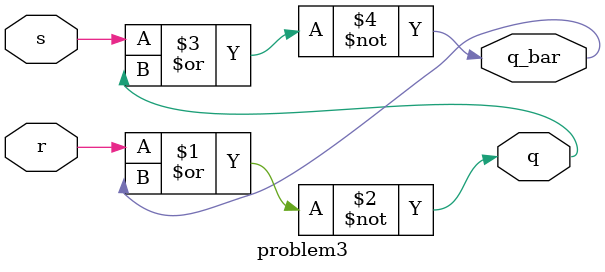
<source format=v>
`timescale 1ns / 1ps


module problem3(s,r,q,q_bar);
output q, q_bar;
input s,r;

nor U1(q,r,q_bar);
nor U2(q_bar,s,q);
endmodule

</source>
